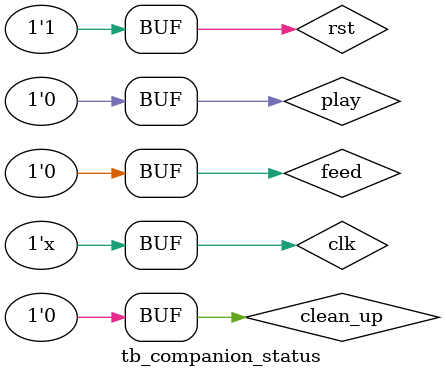
<source format=v>
`timescale 1 ns / 1 ps

module tb_companion_status();
	reg clk, rst, feed, play, clean_up;
	wire [31:0] health, happiness, clean, hunger;
	
	companion_status #(.CLOCK_FREQ(1)) uut(
		.clk(clk),
		.rst(rst),
		.hunger(hunger),
		.happiness(happiness),
		.clean(clean),
		.health(health),
		.feed(feed),
		.play(play),
		.clean_up(clean_up)
	);
	
	initial begin
		clk = 0;
		rst = 1;
		feed = 0;
		play = 0;
		clean_up = 0;
		#12;
		rst = 0;
		#10;
		rst = 1;
		
		
		#100000;
		feed = 1;
		#1000;
		feed = 0;
	end
		
	always #5 clk <= ~clk;
endmodule
	
</source>
